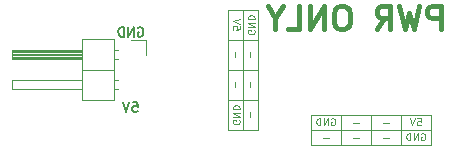
<source format=gbr>
%TF.GenerationSoftware,KiCad,Pcbnew,(5.1.10)-1*%
%TF.CreationDate,2021-09-12T15:17:43+08:00*%
%TF.ProjectId,fc,66632e6b-6963-4616-945f-706362585858,rev?*%
%TF.SameCoordinates,Original*%
%TF.FileFunction,Legend,Bot*%
%TF.FilePolarity,Positive*%
%FSLAX46Y46*%
G04 Gerber Fmt 4.6, Leading zero omitted, Abs format (unit mm)*
G04 Created by KiCad (PCBNEW (5.1.10)-1) date 2021-09-12 15:17:43*
%MOMM*%
%LPD*%
G01*
G04 APERTURE LIST*
%ADD10C,0.400000*%
%ADD11C,0.125000*%
%ADD12C,0.120000*%
%ADD13C,0.150000*%
G04 APERTURE END LIST*
D10*
X115140476Y-44846761D02*
X115140476Y-42846761D01*
X114378571Y-42846761D01*
X114188095Y-42942000D01*
X114092857Y-43037238D01*
X113997619Y-43227714D01*
X113997619Y-43513428D01*
X114092857Y-43703904D01*
X114188095Y-43799142D01*
X114378571Y-43894380D01*
X115140476Y-43894380D01*
X113330952Y-42846761D02*
X112854761Y-44846761D01*
X112473809Y-43418190D01*
X112092857Y-44846761D01*
X111616666Y-42846761D01*
X109711904Y-44846761D02*
X110378571Y-43894380D01*
X110854761Y-44846761D02*
X110854761Y-42846761D01*
X110092857Y-42846761D01*
X109902380Y-42942000D01*
X109807142Y-43037238D01*
X109711904Y-43227714D01*
X109711904Y-43513428D01*
X109807142Y-43703904D01*
X109902380Y-43799142D01*
X110092857Y-43894380D01*
X110854761Y-43894380D01*
X106950000Y-42846761D02*
X106569047Y-42846761D01*
X106378571Y-42942000D01*
X106188095Y-43132476D01*
X106092857Y-43513428D01*
X106092857Y-44180095D01*
X106188095Y-44561047D01*
X106378571Y-44751523D01*
X106569047Y-44846761D01*
X106950000Y-44846761D01*
X107140476Y-44751523D01*
X107330952Y-44561047D01*
X107426190Y-44180095D01*
X107426190Y-43513428D01*
X107330952Y-43132476D01*
X107140476Y-42942000D01*
X106950000Y-42846761D01*
X105235714Y-44846761D02*
X105235714Y-42846761D01*
X104092857Y-44846761D01*
X104092857Y-42846761D01*
X102188095Y-44846761D02*
X103140476Y-44846761D01*
X103140476Y-42846761D01*
X101140476Y-43894380D02*
X101140476Y-44846761D01*
X101807142Y-42846761D02*
X101140476Y-43894380D01*
X100473809Y-42846761D01*
D11*
X99017142Y-52298571D02*
X99017142Y-51841428D01*
X99017142Y-49758571D02*
X99017142Y-49301428D01*
X99360000Y-44907142D02*
X99388571Y-44964285D01*
X99388571Y-45050000D01*
X99360000Y-45135714D01*
X99302857Y-45192857D01*
X99245714Y-45221428D01*
X99131428Y-45250000D01*
X99045714Y-45250000D01*
X98931428Y-45221428D01*
X98874285Y-45192857D01*
X98817142Y-45135714D01*
X98788571Y-45050000D01*
X98788571Y-44992857D01*
X98817142Y-44907142D01*
X98845714Y-44878571D01*
X99045714Y-44878571D01*
X99045714Y-44992857D01*
X98788571Y-44621428D02*
X99388571Y-44621428D01*
X98788571Y-44278571D01*
X99388571Y-44278571D01*
X98788571Y-43992857D02*
X99388571Y-43992857D01*
X99388571Y-43850000D01*
X99360000Y-43764285D01*
X99302857Y-43707142D01*
X99245714Y-43678571D01*
X99131428Y-43650000D01*
X99045714Y-43650000D01*
X98931428Y-43678571D01*
X98874285Y-43707142D01*
X98817142Y-43764285D01*
X98788571Y-43850000D01*
X98788571Y-43992857D01*
X97747142Y-49758571D02*
X97747142Y-49301428D01*
X98090000Y-52527142D02*
X98118571Y-52584285D01*
X98118571Y-52670000D01*
X98090000Y-52755714D01*
X98032857Y-52812857D01*
X97975714Y-52841428D01*
X97861428Y-52870000D01*
X97775714Y-52870000D01*
X97661428Y-52841428D01*
X97604285Y-52812857D01*
X97547142Y-52755714D01*
X97518571Y-52670000D01*
X97518571Y-52612857D01*
X97547142Y-52527142D01*
X97575714Y-52498571D01*
X97775714Y-52498571D01*
X97775714Y-52612857D01*
X97518571Y-52241428D02*
X98118571Y-52241428D01*
X97518571Y-51898571D01*
X98118571Y-51898571D01*
X97518571Y-51612857D02*
X98118571Y-51612857D01*
X98118571Y-51470000D01*
X98090000Y-51384285D01*
X98032857Y-51327142D01*
X97975714Y-51298571D01*
X97861428Y-51270000D01*
X97775714Y-51270000D01*
X97661428Y-51298571D01*
X97604285Y-51327142D01*
X97547142Y-51384285D01*
X97518571Y-51470000D01*
X97518571Y-51612857D01*
X97747142Y-47218571D02*
X97747142Y-46761428D01*
X99017142Y-47218571D02*
X99017142Y-46761428D01*
X98118571Y-44564285D02*
X98118571Y-44850000D01*
X97832857Y-44878571D01*
X97861428Y-44850000D01*
X97890000Y-44792857D01*
X97890000Y-44650000D01*
X97861428Y-44592857D01*
X97832857Y-44564285D01*
X97775714Y-44535714D01*
X97632857Y-44535714D01*
X97575714Y-44564285D01*
X97547142Y-44592857D01*
X97518571Y-44650000D01*
X97518571Y-44792857D01*
X97547142Y-44850000D01*
X97575714Y-44878571D01*
X98118571Y-44364285D02*
X97518571Y-44164285D01*
X98118571Y-43964285D01*
D12*
X97155000Y-53340000D02*
X99695000Y-53340000D01*
X99695000Y-53340000D02*
X99695000Y-43180000D01*
X97155000Y-48260000D02*
X99695000Y-48260000D01*
X97155000Y-50800000D02*
X99695000Y-50800000D01*
X97155000Y-45720000D02*
X99695000Y-45720000D01*
X99695000Y-43180000D02*
X97155000Y-43180000D01*
X97155000Y-43180000D02*
X97155000Y-53340000D01*
X98425000Y-43180000D02*
X98425000Y-53340000D01*
D11*
X113144285Y-52376428D02*
X113430000Y-52376428D01*
X113458571Y-52662142D01*
X113430000Y-52633571D01*
X113372857Y-52605000D01*
X113230000Y-52605000D01*
X113172857Y-52633571D01*
X113144285Y-52662142D01*
X113115714Y-52719285D01*
X113115714Y-52862142D01*
X113144285Y-52919285D01*
X113172857Y-52947857D01*
X113230000Y-52976428D01*
X113372857Y-52976428D01*
X113430000Y-52947857D01*
X113458571Y-52919285D01*
X112944285Y-52376428D02*
X112744285Y-52976428D01*
X112544285Y-52376428D01*
X110718571Y-52747857D02*
X110261428Y-52747857D01*
X105867142Y-52405000D02*
X105924285Y-52376428D01*
X106010000Y-52376428D01*
X106095714Y-52405000D01*
X106152857Y-52462142D01*
X106181428Y-52519285D01*
X106210000Y-52633571D01*
X106210000Y-52719285D01*
X106181428Y-52833571D01*
X106152857Y-52890714D01*
X106095714Y-52947857D01*
X106010000Y-52976428D01*
X105952857Y-52976428D01*
X105867142Y-52947857D01*
X105838571Y-52919285D01*
X105838571Y-52719285D01*
X105952857Y-52719285D01*
X105581428Y-52976428D02*
X105581428Y-52376428D01*
X105238571Y-52976428D01*
X105238571Y-52376428D01*
X104952857Y-52976428D02*
X104952857Y-52376428D01*
X104810000Y-52376428D01*
X104724285Y-52405000D01*
X104667142Y-52462142D01*
X104638571Y-52519285D01*
X104610000Y-52633571D01*
X104610000Y-52719285D01*
X104638571Y-52833571D01*
X104667142Y-52890714D01*
X104724285Y-52947857D01*
X104810000Y-52976428D01*
X104952857Y-52976428D01*
X110718571Y-54017857D02*
X110261428Y-54017857D01*
X113487142Y-53675000D02*
X113544285Y-53646428D01*
X113630000Y-53646428D01*
X113715714Y-53675000D01*
X113772857Y-53732142D01*
X113801428Y-53789285D01*
X113830000Y-53903571D01*
X113830000Y-53989285D01*
X113801428Y-54103571D01*
X113772857Y-54160714D01*
X113715714Y-54217857D01*
X113630000Y-54246428D01*
X113572857Y-54246428D01*
X113487142Y-54217857D01*
X113458571Y-54189285D01*
X113458571Y-53989285D01*
X113572857Y-53989285D01*
X113201428Y-54246428D02*
X113201428Y-53646428D01*
X112858571Y-54246428D01*
X112858571Y-53646428D01*
X112572857Y-54246428D02*
X112572857Y-53646428D01*
X112430000Y-53646428D01*
X112344285Y-53675000D01*
X112287142Y-53732142D01*
X112258571Y-53789285D01*
X112230000Y-53903571D01*
X112230000Y-53989285D01*
X112258571Y-54103571D01*
X112287142Y-54160714D01*
X112344285Y-54217857D01*
X112430000Y-54246428D01*
X112572857Y-54246428D01*
X108178571Y-54017857D02*
X107721428Y-54017857D01*
X108178571Y-52747857D02*
X107721428Y-52747857D01*
X105638571Y-54017857D02*
X105181428Y-54017857D01*
D12*
X114300000Y-54610000D02*
X114300000Y-52070000D01*
X114300000Y-52070000D02*
X104140000Y-52070000D01*
X109220000Y-54610000D02*
X109220000Y-52070000D01*
X111760000Y-54610000D02*
X111760000Y-52070000D01*
X106680000Y-54610000D02*
X106680000Y-52070000D01*
X104140000Y-52070000D02*
X104140000Y-54610000D01*
X104140000Y-54610000D02*
X114300000Y-54610000D01*
X104140000Y-53340000D02*
X114300000Y-53340000D01*
D13*
X89052380Y-50996904D02*
X89433333Y-50996904D01*
X89471428Y-51377857D01*
X89433333Y-51339761D01*
X89357142Y-51301666D01*
X89166666Y-51301666D01*
X89090476Y-51339761D01*
X89052380Y-51377857D01*
X89014285Y-51454047D01*
X89014285Y-51644523D01*
X89052380Y-51720714D01*
X89090476Y-51758809D01*
X89166666Y-51796904D01*
X89357142Y-51796904D01*
X89433333Y-51758809D01*
X89471428Y-51720714D01*
X88785714Y-50996904D02*
X88519047Y-51796904D01*
X88252380Y-50996904D01*
X89509523Y-44685000D02*
X89585714Y-44646904D01*
X89700000Y-44646904D01*
X89814285Y-44685000D01*
X89890476Y-44761190D01*
X89928571Y-44837380D01*
X89966666Y-44989761D01*
X89966666Y-45104047D01*
X89928571Y-45256428D01*
X89890476Y-45332619D01*
X89814285Y-45408809D01*
X89700000Y-45446904D01*
X89623809Y-45446904D01*
X89509523Y-45408809D01*
X89471428Y-45370714D01*
X89471428Y-45104047D01*
X89623809Y-45104047D01*
X89128571Y-45446904D02*
X89128571Y-44646904D01*
X88671428Y-45446904D01*
X88671428Y-44646904D01*
X88290476Y-45446904D02*
X88290476Y-44646904D01*
X88100000Y-44646904D01*
X87985714Y-44685000D01*
X87909523Y-44761190D01*
X87871428Y-44837380D01*
X87833333Y-44989761D01*
X87833333Y-45104047D01*
X87871428Y-45256428D01*
X87909523Y-45332619D01*
X87985714Y-45408809D01*
X88100000Y-45446904D01*
X88290476Y-45446904D01*
D12*
%TO.C,J3*%
X87460000Y-45660000D02*
X87460000Y-50860000D01*
X87460000Y-50860000D02*
X84800000Y-50860000D01*
X84800000Y-50860000D02*
X84800000Y-45660000D01*
X84800000Y-45660000D02*
X87460000Y-45660000D01*
X84800000Y-46610000D02*
X78800000Y-46610000D01*
X78800000Y-46610000D02*
X78800000Y-47370000D01*
X78800000Y-47370000D02*
X84800000Y-47370000D01*
X84800000Y-46670000D02*
X78800000Y-46670000D01*
X84800000Y-46790000D02*
X78800000Y-46790000D01*
X84800000Y-46910000D02*
X78800000Y-46910000D01*
X84800000Y-47030000D02*
X78800000Y-47030000D01*
X84800000Y-47150000D02*
X78800000Y-47150000D01*
X84800000Y-47270000D02*
X78800000Y-47270000D01*
X87790000Y-46610000D02*
X87460000Y-46610000D01*
X87790000Y-47370000D02*
X87460000Y-47370000D01*
X87460000Y-48260000D02*
X84800000Y-48260000D01*
X84800000Y-49150000D02*
X78800000Y-49150000D01*
X78800000Y-49150000D02*
X78800000Y-49910000D01*
X78800000Y-49910000D02*
X84800000Y-49910000D01*
X87857071Y-49150000D02*
X87460000Y-49150000D01*
X87857071Y-49910000D02*
X87460000Y-49910000D01*
X90170000Y-46990000D02*
X90170000Y-45720000D01*
X90170000Y-45720000D02*
X88900000Y-45720000D01*
%TD*%
M02*

</source>
